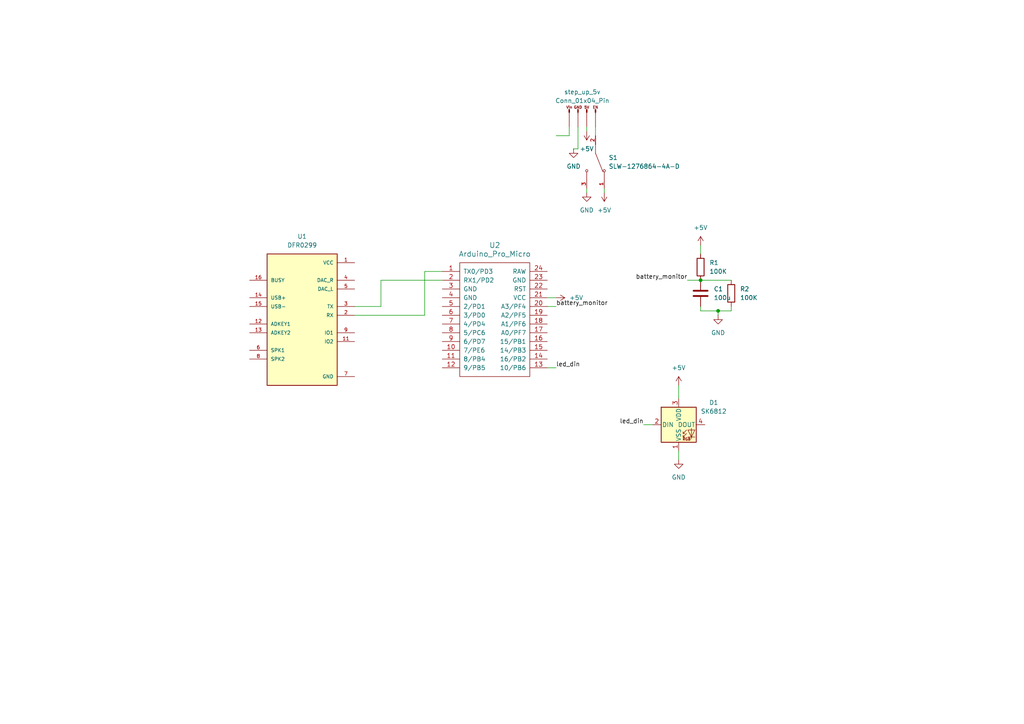
<source format=kicad_sch>
(kicad_sch (version 20250114) (generator "eeschema") (generator_version "9.0")
  (paper "A4")
  (lib_symbols
    (symbol "Connector:Conn_01x04_Pin" (pin_numbers (hide yes)) (pin_names (offset 1.016) (hide yes))
      (property "Reference" "step_up_5v" (at -5.08 -1.27 90))
      (property "Value" "Conn_01x04_Pin" (at -2.54 -1.27 90))
      (symbol "Conn_01x04_Pin_1_1"
        (rectangle (start 0.8636 2.667) (end 0 2.413) (stroke (width 0.1524)) (fill (type outline)))
        (rectangle (start 0.8636 0.127) (end 0 -0.127) (stroke (width 0.1524)) (fill (type outline)))
        (rectangle (start 0.8636 -2.413) (end 0 -2.667) (stroke (width 0.1524)) (fill (type outline)))
        (rectangle (start 0.8636 -4.953) (end 0 -5.207) (stroke (width 0.1524)) (fill (type outline)))
        (polyline (pts (xy 1.27 2.54) (xy 0.8636 2.54)) (stroke (width 0.1524)))
        (polyline (pts (xy 1.27 0) (xy 0.8636 0)) (stroke (width 0.1524)))
        (polyline (pts (xy 1.27 -2.54) (xy 0.8636 -2.54)) (stroke (width 0.1524)))
        (polyline (pts (xy 1.27 -5.08) (xy 0.8636 -5.08)) (stroke (width 0.1524)))
        (text "EN" (at -0.635 2.54 900) (effects (font (size 0.762 0.762))))
        (text "5V" (at -0.635 0 900) (effects (font (size 0.762 0.762))))
        (text "GND\n" (at -0.635 -2.54 900) (effects (font (size 0.762 0.762))))
        (text "Vin\n" (at -0.635 -5.08 900) (effects (font (size 0.762 0.762))))
        (pin passive line (at 5.08 2.54 180) (length 3.81) (name "Pin_1") (number "1"))
        (pin passive line (at 5.08 0 180) (length 3.81) (name "Pin_2") (number "2"))
        (pin passive line (at 5.08 -2.54 180) (length 3.81) (name "Pin_3") (number "3"))
        (pin passive line (at 5.08 -5.08 180) (length 3.81) (name "Pin_4") (number "4"))
      )
    )
    (symbol "DFR0299:DFR0299" (pin_names (offset 1.016))
      (property "Reference" "U" (at -10.16 18.542 0))
      (property "Value" "DFR0299" (at -10.16 -22.86 0))
      (symbol "DFR0299_0_0"
        (rectangle (start -10.16 -20.32) (end 10.16 17.78) (stroke (width 0.254)) (fill (type background)))
        (pin input line (at -15.24 10.16 0) (length 5.08) (name "BUSY") (number "16"))
        (pin input line (at -15.24 5.08 0) (length 5.08) (name "USB+") (number "14"))
        (pin input line (at -15.24 2.54 0) (length 5.08) (name "USB-") (number "15"))
        (pin input line (at -15.24 -2.54 0) (length 5.08) (name "ADKEY1") (number "12"))
        (pin input line (at -15.24 -5.08 0) (length 5.08) (name "ADKEY2") (number "13"))
        (pin passive line (at -15.24 -10.16 0) (length 5.08) (name "SPK1") (number "6"))
        (pin passive line (at -15.24 -12.7 0) (length 5.08) (name "SPK2") (number "8"))
        (pin power_in line (at 15.24 15.24 180) (length 5.08) (name "VCC") (number "1"))
        (pin output line (at 15.24 10.16 180) (length 5.08) (name "DAC_R") (number "4"))
        (pin output line (at 15.24 7.62 180) (length 5.08) (name "DAC_L") (number "5"))
        (pin output line (at 15.24 2.54 180) (length 5.08) (name "TX") (number "3"))
        (pin input line (at 15.24 0 180) (length 5.08) (name "RX") (number "2"))
        (pin bidirectional line (at 15.24 -5.08 180) (length 5.08) (name "IO1") (number "9"))
        (pin bidirectional line (at 15.24 -7.62 180) (length 5.08) (name "IO2") (number "11"))
        (pin power_in line (at 15.24 -17.78 180) (length 5.08) (hide yes) (name "GND") (number "10"))
        (pin power_in line (at 15.24 -17.78 180) (length 5.08) (name "GND") (number "7"))
      )
    )
    (symbol "Device:C" (pin_numbers (hide yes)) (pin_names (offset 0.254))
      (property "Reference" "C" (at 0.635 2.54 0))
      (property "Value" "C" (at 0.635 -2.54 0))
      (symbol "C_0_1"
        (polyline (pts (xy -2.032 0.762) (xy 2.032 0.762)) (stroke (width 0.508)))
        (polyline (pts (xy -2.032 -0.762) (xy 2.032 -0.762)) (stroke (width 0.508)))
      )
      (symbol "C_1_1"
        (pin passive line (at 0 3.81 270) (length 2.794) (name "~") (number "1"))
        (pin passive line (at 0 -3.81 90) (length 2.794) (name "~") (number "2"))
      )
    )
    (symbol "Device:R" (pin_numbers (hide yes)) (pin_names (offset 0))
      (property "Reference" "R" (at 2.032 0 90))
      (property "Value" "R" (at 0 0 90))
      (symbol "R_0_1"
        (rectangle (start -1.016 -2.54) (end 1.016 2.54) (stroke (width 0.254)))
      )
      (symbol "R_1_1"
        (pin passive line (at 0 3.81 270) (length 1.27) (name "~") (number "1"))
        (pin passive line (at 0 -3.81 90) (length 1.27) (name "~") (number "2"))
      )
    )
    (symbol "LED:SK6812" (pin_names (offset 0.254))
      (property "Reference" "D" (at 5.08 5.715 0))
      (property "Value" "SK6812" (at 1.27 -5.715 0))
      (symbol "SK6812_0_0"
        (text "RGB" (at 2.286 -4.191 0) (effects (font (size 0.762 0.762))))
      )
      (symbol "SK6812_0_1"
        (polyline (pts (xy 1.27 -2.54) (xy 1.778 -2.54)))
        (polyline (pts (xy 1.27 -3.556) (xy 1.778 -3.556)))
        (polyline (pts (xy 2.286 -1.524) (xy 1.27 -2.54) (xy 1.27 -2.032)))
        (polyline (pts (xy 2.286 -2.54) (xy 1.27 -3.556) (xy 1.27 -3.048)))
        (polyline (pts (xy 3.683 -1.016) (xy 3.683 -3.556) (xy 3.683 -4.064)))
        (polyline (pts (xy 4.699 -1.524) (xy 2.667 -1.524) (xy 3.683 -3.556) (xy 4.699 -1.524)))
        (polyline (pts (xy 4.699 -3.556) (xy 2.667 -3.556)))
        (rectangle (start 5.08 5.08) (end -5.08 -5.08) (stroke (width 0.254)) (fill (type background)))
      )
      (symbol "SK6812_1_1"
        (pin input line (at -7.62 0 0) (length 2.54) (name "DIN") (number "2"))
        (pin power_in line (at 0 7.62 270) (length 2.54) (name "VDD") (number "3"))
        (pin power_in line (at 0 -7.62 90) (length 2.54) (name "VSS") (number "1"))
        (pin output line (at 7.62 0 180) (length 2.54) (name "DOUT") (number "4"))
      )
    )
    (symbol "SLW-1276864-4A-D:SLW-1276864-4A-D" (pin_names (offset 1.016))
      (property "Reference" "S" (at -2.54 5.08 0))
      (property "Value" "SLW-1276864-4A-D" (at -2.54 -5.08 0))
      (symbol "SLW-1276864-4A-D_0_0"
        (polyline (pts (xy -2.54 0) (xy -5.08 0)) (stroke (width 0.1524)))
        (polyline (pts (xy -2.54 0) (xy 2.794 2.1336)) (stroke (width 0.1524)))
        (circle (center 2.54 2.54) (radius 0.3302) (stroke (width 0.1524)))
        (circle (center 2.54 -2.54) (radius 0.3302) (stroke (width 0.1524)))
        (polyline (pts (xy 5.08 2.54) (xy 2.921 2.54)) (stroke (width 0.1524)))
        (polyline (pts (xy 5.08 -2.54) (xy 2.921 -2.54)) (stroke (width 0.1524)))
        (pin passive line (at -7.62 0 0) (length 2.54) (name "~") (number "2"))
        (pin passive line (at 7.62 2.54 180) (length 2.54) (name "~") (number "1"))
        (pin passive line (at 7.62 -2.54 180) (length 2.54) (name "~") (number "3"))
      )
    )
    (symbol "ScottoKeebs:MCU_Arduino_Pro_Micro" (pin_names (offset 1.016))
      (property "Reference" "U" (at 0 0 0))
      (property "Value" "Arduino_Pro_Micro" (at 0 -19.05 0))
      (symbol "MCU_Arduino_Pro_Micro_0_1"
        (rectangle (start -10.16 16.51) (end 10.16 -16.51))
      )
      (symbol "MCU_Arduino_Pro_Micro_1_1"
        (pin input line (at -15.24 13.97 0) (length 5.08) (name "TX0/PD3") (number "1"))
        (pin input line (at -15.24 11.43 0) (length 5.08) (name "RX1/PD2") (number "2"))
        (pin input line (at -15.24 8.89 0) (length 5.08) (name "GND") (number "3"))
        (pin input line (at -15.24 6.35 0) (length 5.08) (name "GND") (number "4"))
        (pin input line (at -15.24 3.81 0) (length 5.08) (name "2/PD1") (number "5"))
        (pin input line (at -15.24 1.27 0) (length 5.08) (name "3/PD0") (number "6"))
        (pin input line (at -15.24 -1.27 0) (length 5.08) (name "4/PD4") (number "7"))
        (pin input line (at -15.24 -3.81 0) (length 5.08) (name "5/PC6") (number "8"))
        (pin input line (at -15.24 -6.35 0) (length 5.08) (name "6/PD7") (number "9"))
        (pin input line (at -15.24 -8.89 0) (length 5.08) (name "7/PE6") (number "10"))
        (pin input line (at -15.24 -11.43 0) (length 5.08) (name "8/PB4") (number "11"))
        (pin input line (at -15.24 -13.97 0) (length 5.08) (name "9/PB5") (number "12"))
        (pin input line (at 15.24 13.97 180) (length 5.08) (name "RAW") (number "24"))
        (pin input line (at 15.24 11.43 180) (length 5.08) (name "GND") (number "23"))
        (pin input line (at 15.24 8.89 180) (length 5.08) (name "RST") (number "22"))
        (pin input line (at 15.24 6.35 180) (length 5.08) (name "VCC") (number "21"))
        (pin input line (at 15.24 3.81 180) (length 5.08) (name "A3/PF4") (number "20"))
        (pin input line (at 15.24 1.27 180) (length 5.08) (name "A2/PF5") (number "19"))
        (pin input line (at 15.24 -1.27 180) (length 5.08) (name "A1/PF6") (number "18"))
        (pin input line (at 15.24 -3.81 180) (length 5.08) (name "A0/PF7") (number "17"))
        (pin input line (at 15.24 -6.35 180) (length 5.08) (name "15/PB1") (number "16"))
        (pin input line (at 15.24 -8.89 180) (length 5.08) (name "14/PB3") (number "15"))
        (pin input line (at 15.24 -11.43 180) (length 5.08) (name "16/PB2") (number "14"))
        (pin input line (at 15.24 -13.97 180) (length 5.08) (name "10/PB6") (number "13"))
      )
    )
    (symbol "power:+5V" (power) (pin_numbers (hide yes)) (pin_names (offset 0) (hide yes))
      (property "Value" "+5V" (at 0 3.556 0))
      (symbol "+5V_0_1"
        (polyline (pts (xy -0.762 1.27) (xy 0 2.54)))
        (polyline (pts (xy 0 2.54) (xy 0.762 1.27)))
        (polyline (pts (xy 0 0) (xy 0 2.54)))
      )
      (symbol "+5V_1_1"
        (pin power_in line (at 0 0 90) (length 0) (name "~") (number "1"))
      )
    )
    (symbol "power:GND" (power) (pin_numbers (hide yes)) (pin_names (offset 0) (hide yes))
      (property "Value" "GND" (at 0 -3.81 0))
      (symbol "GND_0_1"
        (polyline (pts (xy 0 0) (xy 0 -1.27) (xy 1.27 -1.27) (xy 0 -2.54) (xy -1.27 -1.27) (xy 0 -1.27)))
      )
      (symbol "GND_1_1"
        (pin power_in line (at 0 0 270) (length 0) (name "~") (number "1"))
      )
    )
  )
  (junction (at 208.28 90.17))
  (junction (at 203.2 81.28))
  (wire (pts (xy 203.2 88.9) (xy 203.2 90.17)))
  (wire (pts (xy 203.2 81.28) (xy 212.09 81.28)))
  (wire (pts (xy 158.75 88.9) (xy 161.29 88.9)))
  (wire (pts (xy 186.69 123.19) (xy 189.23 123.19)))
  (wire (pts (xy 196.85 130.81) (xy 196.85 133.35)))
  (wire (pts (xy 165.1 39.37) (xy 165.1 36.83)))
  (wire (pts (xy 102.87 91.44) (xy 123.19 91.44)))
  (wire (pts (xy 158.75 86.36) (xy 161.29 86.36)))
  (wire (pts (xy 212.09 88.9) (xy 212.09 90.17)))
  (wire (pts (xy 208.28 90.17) (xy 212.09 90.17)))
  (wire (pts (xy 203.2 71.12) (xy 203.2 73.66)))
  (wire (pts (xy 110.49 88.9) (xy 110.49 81.28)))
  (wire (pts (xy 167.64 36.83) (xy 167.64 43.18)))
  (wire (pts (xy 208.28 90.17) (xy 208.28 91.44)))
  (wire (pts (xy 102.87 88.9) (xy 110.49 88.9)))
  (wire (pts (xy 123.19 91.44) (xy 123.19 78.74)))
  (wire (pts (xy 196.85 111.76) (xy 196.85 115.57)))
  (wire (pts (xy 123.19 78.74) (xy 128.27 78.74)))
  (wire (pts (xy 161.29 39.37) (xy 165.1 39.37)))
  (wire (pts (xy 172.72 36.83) (xy 172.72 39.37)))
  (wire (pts (xy 167.64 43.18) (xy 166.37 43.18)))
  (wire (pts (xy 199.39 81.28) (xy 203.2 81.28)))
  (wire (pts (xy 175.26 54.61) (xy 175.26 55.88)))
  (wire (pts (xy 158.75 106.68) (xy 161.29 106.68)))
  (wire (pts (xy 170.18 54.61) (xy 170.18 55.88)))
  (wire (pts (xy 170.18 36.83) (xy 170.18 38.1)))
  (wire (pts (xy 110.49 81.28) (xy 128.27 81.28)))
  (wire (pts (xy 203.2 90.17) (xy 208.28 90.17)))
  (label "battery_monitor" (at 161.29 88.9 0))
  (label "battery_monitor" (at 199.39 81.28 180))
  (label "led_din" (at 161.29 106.68 0))
  (label "led_din" (at 186.69 123.19 180))
  (symbol (lib_id "Device:C") (at 203.2 85.09 0) (unit 1)
    (property "Reference" "C1" (at 207.01 83.8199 0) (effects (justify left)))
    (property "Value" "100u" (at 207.01 86.3599 0) (effects (justify left)))
    (property "Description" "Unpolarized capacitor" (effects (hide yes)))
  )
  (symbol (lib_id "power:+5V") (at 175.26 55.88 180) (unit 1)
    (property "Reference" "#PWR05" (effects (hide yes)))
    (property "Value" "+5V" (at 175.26 60.96 0))
    (property "Description" "Power symbol creates a global label with name \"+5V\"" (effects (hide yes)))
  )
  (symbol (lib_id "power:+5V") (at 203.2 71.12 0) (unit 1)
    (property "Reference" "#PWR03" (effects (hide yes)))
    (property "Value" "+5V" (at 203.2 66.04 0))
    (property "Description" "Power symbol creates a global label with name \"+5V\"" (effects (hide yes)))
  )
  (symbol (lib_id "power:+5V") (at 196.85 111.76 0) (unit 1)
    (property "Reference" "#PWR02" (effects (hide yes)))
    (property "Value" "+5V" (at 196.85 106.68 0))
    (property "Description" "Power symbol creates a global label with name \"+5V\"" (effects (hide yes)))
  )
  (symbol (lib_id "power:GND") (at 166.37 43.18 0) (unit 1)
    (property "Reference" "#PWR07" (effects (hide yes)))
    (property "Value" "GND" (at 166.37 48.26 0))
    (property "Description" "Power symbol creates a global label with name \"GND\" , ground" (effects (hide yes)))
  )
  (symbol (lib_id "ScottoKeebs:MCU_Arduino_Pro_Micro") (at 143.51 92.71 0) (unit 1)
    (property "Reference" "U2" (at 143.51 71.12 0) (effects (font (size 1.524 1.524))))
    (property "Value" "Arduino_Pro_Micro" (at 143.51 73.66 0) (effects (font (size 1.524 1.524))))
    (property "Footprint" "ScottoKeebs_MCU:Arduino_Pro_Micro" (effects (hide yes)))
  )
  (symbol (lib_id "power:+5V") (at 170.18 38.1 180) (unit 1)
    (property "Reference" "#PWR09" (effects (hide yes)))
    (property "Value" "+5V" (at 170.18 43.18 0))
    (property "Description" "Power symbol creates a global label with name \"+5V\"" (effects (hide yes)))
  )
  (symbol (lib_id "Connector:Conn_01x04_Pin") (at 170.18 31.75 270) (unit 1)
    (property "Reference" "step_up_5v" (at 168.91 26.67 90))
    (property "Value" "Conn_01x04_Pin" (at 168.91 29.21 90))
    (property "Description" "Generic connector, single row, 01x04, script generated" (effects (hide yes)))
  )
  (symbol (lib_id "power:+5V") (at 161.29 86.36 270) (unit 1)
    (property "Reference" "#PWR08" (effects (hide yes)))
    (property "Value" "+5V" (at 165.1 86.3599 90) (effects (justify left)))
    (property "Description" "Power symbol creates a global label with name \"+5V\"" (effects (hide yes)))
  )
  (symbol (lib_id "power:GND") (at 196.85 133.35 0) (unit 1)
    (property "Reference" "#PWR01" (effects (hide yes)))
    (property "Value" "GND" (at 196.85 138.43 0))
    (property "Description" "Power symbol creates a global label with name \"GND\" , ground" (effects (hide yes)))
  )
  (symbol (lib_id "SLW-1276864-4A-D:SLW-1276864-4A-D") (at 172.72 46.99 270) (unit 1)
    (property "Reference" "S1" (at 176.53 45.7199 90) (effects (justify left)))
    (property "Value" "SLW-1276864-4A-D" (at 176.53 48.2599 90) (effects (justify left)))
    (property "Footprint" "SLW-1276864-4A-D:SW_SLW-1276864-4A-D" (effects (hide yes)))
    (property "MF" "Same Sky" (effects (hide yes)))
    (property "MAXIMUM_PACKAGE_HEIGHT" "10.6mm" (effects (hide yes)))
    (property "Package" "Package" (effects (hide yes)))
    (property "Price" "None" (effects (hide yes)))
    (property "Check_prices" "https://www.snapeda.com/parts/SLW-1276864-4A-D/Same+Sky/view-part/?ref=eda" (effects (hide yes)))
    (property "STANDARD" "Manufacturer Recommendations" (effects (hide yes)))
    (property "PARTREV" "1.01" (effects (hide yes)))
    (property "SnapEDA_Link" "https://www.snapeda.com/parts/SLW-1276864-4A-D/Same+Sky/view-part/?ref=snap" (effects (hide yes)))
    (property "MP" "SLW-1276864-4A-D" (effects (hide yes)))
    (property "Purchase-URL" "https://www.snapeda.com/api/url_track_click_mouser/?unipart_id=13947006&manufacturer=Same Sky&part_name=SLW-1276864-4A-D&search_term=slw-1276864-4a-d" (effects (hide yes)))
    (property "Description_1" "12.7 x 6.8 x 6.4 mm, 2 mm Raised Slide Actuator, Vertical, Through Hole, Slide Switch" (effects (hide yes)))
    (property "Availability" "In Stock" (effects (hide yes)))
    (property "MANUFACTURER" "Same Sky" (effects (hide yes)))
  )
  (symbol (lib_id "LED:SK6812") (at 196.85 123.19 0) (unit 1)
    (property "Reference" "D1" (at 207.01 116.7698 0))
    (property "Value" "SK6812" (at 207.01 119.3098 0))
    (property "Footprint" "LED_SMD:LED_SK6812_PLCC4_5.0x5.0mm_P3.2mm" (effects (hide yes)))
    (property "Datasheet" "https://cdn-shop.adafruit.com/product-files/1138/SK6812+LED+datasheet+.pdf" (effects (hide yes)))
    (property "Description" "RGB LED with integrated controller" (effects (hide yes)))
  )
  (symbol (lib_id "power:GND") (at 208.28 91.44 0) (unit 1)
    (property "Reference" "#PWR04" (effects (hide yes)))
    (property "Value" "GND" (at 208.28 96.52 0))
    (property "Description" "Power symbol creates a global label with name \"GND\" , ground" (effects (hide yes)))
  )
  (symbol (lib_id "power:GND") (at 170.18 55.88 0) (unit 1)
    (property "Reference" "#PWR06" (effects (hide yes)))
    (property "Value" "GND" (at 170.18 60.96 0))
    (property "Description" "Power symbol creates a global label with name \"GND\" , ground" (effects (hide yes)))
  )
  (symbol (lib_id "Device:R") (at 203.2 77.47 0) (unit 1)
    (property "Reference" "R1" (at 205.74 76.1999 0) (effects (justify left)))
    (property "Value" "100K" (at 205.74 78.7399 0) (effects (justify left)))
    (property "Description" "Resistor" (effects (hide yes)))
  )
  (symbol (lib_id "Device:R") (at 212.09 85.09 0) (unit 1)
    (property "Reference" "R2" (at 214.63 83.8199 0) (effects (justify left)))
    (property "Value" "100K" (at 214.63 86.3599 0) (effects (justify left)))
    (property "Description" "Resistor" (effects (hide yes)))
  )
  (symbol (lib_id "DFR0299:DFR0299") (at 87.63 91.44 0) (unit 1)
    (property "Reference" "U1" (at 87.63 68.58 0))
    (property "Value" "DFR0299" (at 87.63 71.12 0))
    (property "Footprint" "DFR0299:MODULE_DFR0299" (effects (hide yes)))
    (property "MF" "DFRobot" (effects (hide yes)))
    (property "DESCRIPTION" "Dfplayer - a Mini Mp3 Player" (effects (hide yes)))
    (property "PACKAGE" "None" (effects (hide yes)))
    (property "PRICE" "None" (effects (hide yes)))
    (property "Package" "None" (effects (hide yes)))
    (property "Check_prices" "https://www.snapeda.com/parts/DFR0299/DFRobot/view-part/?ref=eda" (effects (hide yes)))
    (property "Price" "None" (effects (hide yes)))
    (property "SnapEDA_Link" "https://www.snapeda.com/parts/DFR0299/DFRobot/view-part/?ref=snap" (effects (hide yes)))
    (property "MP" "DFR0299" (effects (hide yes)))
    (property "Purchase-URL" "https://www.snapeda.com/api/url_track_click_mouser/?unipart_id=588059&manufacturer=DFRobot&part_name=DFR0299&search_term=None" (effects (hide yes)))
    (property "Availability" "In Stock" (effects (hide yes)))
    (property "AVAILABILITY" "Unavailable" (effects (hide yes)))
    (property "Description_1" "- MP3 Player Audio Arduino Platform Evaluation Expansion Board" (effects (hide yes)))
  )
)
</source>
